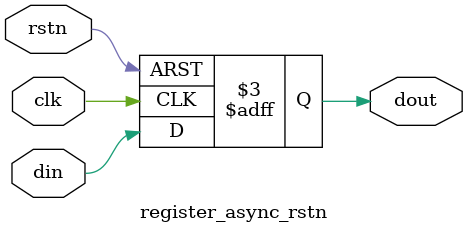
<source format=sv>

module register_async_rstn #(
    parameter integer WIDTH = 1
) (
    input logic clk,
    input logic rstn,

    input  logic [WIDTH-1:0] din,
    output logic [WIDTH-1:0] dout
);

  always_ff @(posedge clk or negedge rstn) begin
    if (~rstn) begin
      dout <= 0;
    end else begin
      dout <= din;
    end
  end

endmodule

</source>
